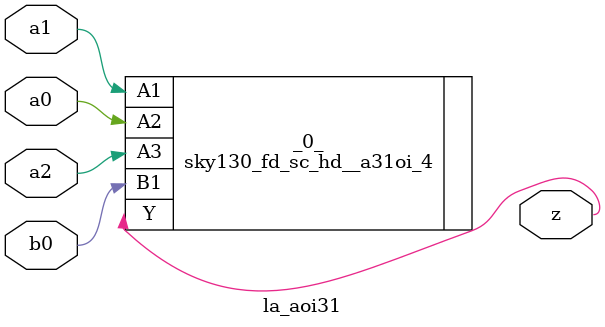
<source format=v>

/* Generated by Yosys 0.44 (git sha1 80ba43d26, g++ 11.4.0-1ubuntu1~22.04 -fPIC -O3) */

(* top =  1  *)
(* src = "inputs/la_aoi31.v:10.1-22.10" *)
module la_aoi31 (
    a0,
    a1,
    a2,
    b0,
    z
);
  (* src = "inputs/la_aoi31.v:13.12-13.14" *)
  input a0;
  wire a0;
  (* src = "inputs/la_aoi31.v:14.12-14.14" *)
  input a1;
  wire a1;
  (* src = "inputs/la_aoi31.v:15.12-15.14" *)
  input a2;
  wire a2;
  (* src = "inputs/la_aoi31.v:16.12-16.14" *)
  input b0;
  wire b0;
  (* src = "inputs/la_aoi31.v:17.12-17.13" *)
  output z;
  wire z;
  sky130_fd_sc_hd__a31oi_4 _0_ (
      .A1(a1),
      .A2(a0),
      .A3(a2),
      .B1(b0),
      .Y (z)
  );
endmodule

</source>
